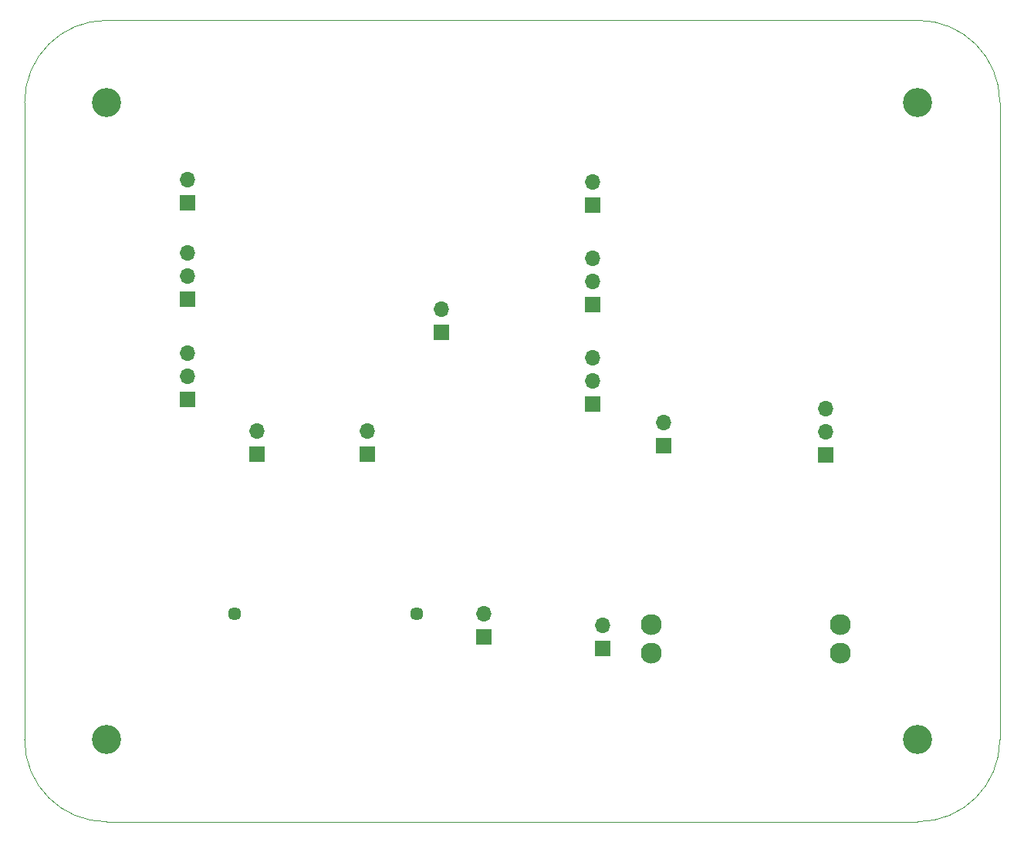
<source format=gbr>
%TF.GenerationSoftware,KiCad,Pcbnew,(5.1.10)-1*%
%TF.CreationDate,2021-07-19T17:08:21-04:00*%
%TF.ProjectId,gps-testing-board,6770732d-7465-4737-9469-6e672d626f61,rev?*%
%TF.SameCoordinates,Original*%
%TF.FileFunction,Soldermask,Bot*%
%TF.FilePolarity,Negative*%
%FSLAX46Y46*%
G04 Gerber Fmt 4.6, Leading zero omitted, Abs format (unit mm)*
G04 Created by KiCad (PCBNEW (5.1.10)-1) date 2021-07-19 17:08:21*
%MOMM*%
%LPD*%
G01*
G04 APERTURE LIST*
%TA.AperFunction,Profile*%
%ADD10C,0.050000*%
%TD*%
%ADD11C,3.200000*%
%ADD12O,1.700000X1.700000*%
%ADD13R,1.700000X1.700000*%
%ADD14C,2.300000*%
%ADD15C,1.446000*%
G04 APERTURE END LIST*
D10*
X111000000Y-150000000D02*
G75*
G02*
X102000000Y-141000000I0J9000000D01*
G01*
X209000000Y-141000000D02*
G75*
G02*
X200000000Y-150000000I-9000000J0D01*
G01*
X200000000Y-62000000D02*
G75*
G02*
X209000000Y-71000000I0J-9000000D01*
G01*
X111000000Y-150000000D02*
X200000000Y-150000000D01*
X209000000Y-71000000D02*
X209000000Y-141000000D01*
X102000000Y-71000000D02*
G75*
G02*
X111000000Y-62000000I9000000J0D01*
G01*
X111000000Y-62000000D02*
X200000000Y-62000000D01*
X102000000Y-71000000D02*
X102000000Y-141000000D01*
D11*
%TO.C,REF\u002A\u002A*%
X200000000Y-71000000D03*
%TD*%
%TO.C,REF\u002A\u002A*%
X111000000Y-71000000D03*
%TD*%
%TO.C,REF\u002A\u002A*%
X200000000Y-141000000D03*
%TD*%
%TO.C,REF\u002A\u002A*%
X111000000Y-141000000D03*
%TD*%
D12*
%TO.C,J1*%
X164338000Y-79730600D03*
D13*
X164338000Y-82270600D03*
%TD*%
%TO.C,J2*%
X164338000Y-93192600D03*
D12*
X164338000Y-90652600D03*
X164338000Y-88112600D03*
%TD*%
%TO.C,J3*%
X164338000Y-99034600D03*
X164338000Y-101574600D03*
D13*
X164338000Y-104114600D03*
%TD*%
%TO.C,J4*%
X172085000Y-108686600D03*
D12*
X172085000Y-106146600D03*
%TD*%
D13*
%TO.C,J5*%
X119888000Y-82042000D03*
D12*
X119888000Y-79502000D03*
%TD*%
%TO.C,J6*%
X119888000Y-98552000D03*
X119888000Y-101092000D03*
D13*
X119888000Y-103632000D03*
%TD*%
%TO.C,J7*%
X119888000Y-92583000D03*
D12*
X119888000Y-90043000D03*
X119888000Y-87503000D03*
%TD*%
%TO.C,J8*%
X139573000Y-107061000D03*
D13*
X139573000Y-109601000D03*
%TD*%
D12*
%TO.C,J9*%
X127508000Y-107061000D03*
D13*
X127508000Y-109601000D03*
%TD*%
%TO.C,J12*%
X147701000Y-96266000D03*
D12*
X147701000Y-93726000D03*
%TD*%
D13*
%TO.C,J13*%
X189865000Y-109702600D03*
D12*
X189865000Y-107162600D03*
X189865000Y-104622600D03*
%TD*%
D13*
%TO.C,J14*%
X165404800Y-130937000D03*
D12*
X165404800Y-128397000D03*
%TD*%
%TO.C,J15*%
X152400000Y-127152400D03*
D13*
X152400000Y-129692400D03*
%TD*%
D14*
%TO.C,J16*%
X170727400Y-131446400D03*
X170727400Y-128346400D03*
X191527400Y-128346400D03*
X191527400Y-131446400D03*
%TD*%
D15*
%TO.C,J17*%
X145018800Y-127152400D03*
X125018800Y-127152400D03*
%TD*%
M02*

</source>
